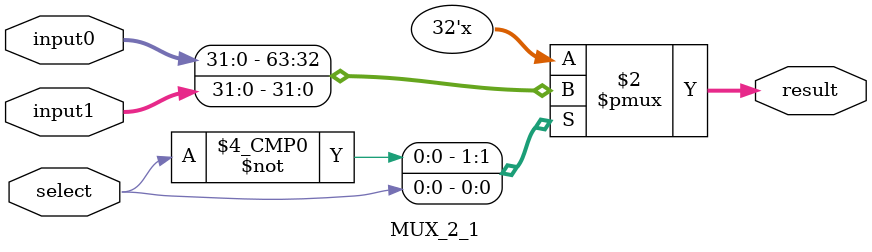
<source format=v>
`timescale 1ps/1ps
module MUX_2_1 (
    select,
    input0,
    input1,
    result
);
    input  select;
    input [31:0] input1,input0;
    output reg [31:0] result;

    always @(select , input1,input0) begin
        case (select)
            1'b0: result=input0;
            1'b1: result=input1;
            default: result=32'bx;
        endcase
        
    end
endmodule
</source>
